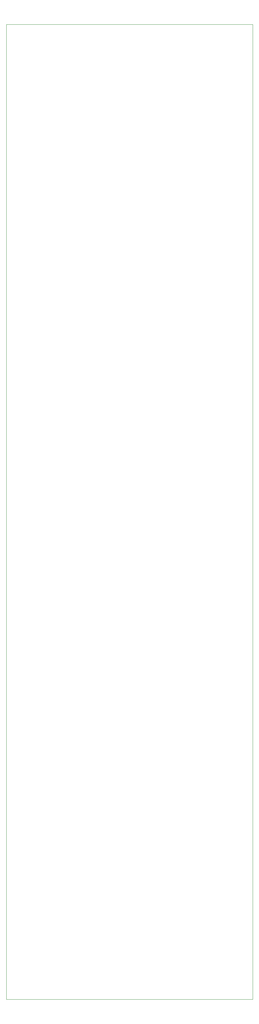
<source format=gbr>
%TF.GenerationSoftware,KiCad,Pcbnew,(6.0.7-1)-1*%
%TF.CreationDate,2023-12-02T14:15:27+01:00*%
%TF.ProjectId,11x3,31317833-2e6b-4696-9361-645f70636258,rev?*%
%TF.SameCoordinates,Original*%
%TF.FileFunction,Profile,NP*%
%FSLAX46Y46*%
G04 Gerber Fmt 4.6, Leading zero omitted, Abs format (unit mm)*
G04 Created by KiCad (PCBNEW (6.0.7-1)-1) date 2023-12-02 14:15:27*
%MOMM*%
%LPD*%
G01*
G04 APERTURE LIST*
%TA.AperFunction,Profile*%
%ADD10C,0.100000*%
%TD*%
G04 APERTURE END LIST*
D10*
X48540000Y-285210000D02*
X114540000Y-285210000D01*
X114540000Y-285210000D02*
X114540000Y-24510000D01*
X114540000Y-24510000D02*
X48540000Y-24510000D01*
X48540000Y-24510000D02*
X48540000Y-285210000D01*
M02*

</source>
